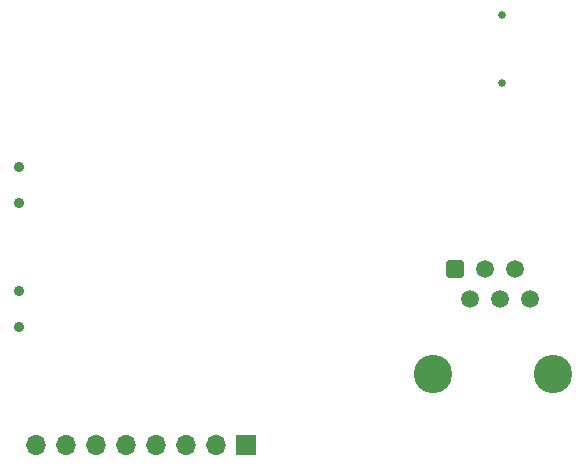
<source format=gbr>
%TF.GenerationSoftware,KiCad,Pcbnew,8.0.8*%
%TF.CreationDate,2025-04-01T12:31:35+02:00*%
%TF.ProjectId,reader,72656164-6572-42e6-9b69-6361645f7063,rev?*%
%TF.SameCoordinates,Original*%
%TF.FileFunction,Soldermask,Bot*%
%TF.FilePolarity,Negative*%
%FSLAX46Y46*%
G04 Gerber Fmt 4.6, Leading zero omitted, Abs format (unit mm)*
G04 Created by KiCad (PCBNEW 8.0.8) date 2025-04-01 12:31:35*
%MOMM*%
%LPD*%
G01*
G04 APERTURE LIST*
G04 Aperture macros list*
%AMRoundRect*
0 Rectangle with rounded corners*
0 $1 Rounding radius*
0 $2 $3 $4 $5 $6 $7 $8 $9 X,Y pos of 4 corners*
0 Add a 4 corners polygon primitive as box body*
4,1,4,$2,$3,$4,$5,$6,$7,$8,$9,$2,$3,0*
0 Add four circle primitives for the rounded corners*
1,1,$1+$1,$2,$3*
1,1,$1+$1,$4,$5*
1,1,$1+$1,$6,$7*
1,1,$1+$1,$8,$9*
0 Add four rect primitives between the rounded corners*
20,1,$1+$1,$2,$3,$4,$5,0*
20,1,$1+$1,$4,$5,$6,$7,0*
20,1,$1+$1,$6,$7,$8,$9,0*
20,1,$1+$1,$8,$9,$2,$3,0*%
G04 Aperture macros list end*
%ADD10C,0.650000*%
%ADD11C,0.900000*%
%ADD12R,1.700000X1.700000*%
%ADD13O,1.700000X1.700000*%
%ADD14C,3.250000*%
%ADD15RoundRect,0.250000X-0.510000X-0.510000X0.510000X-0.510000X0.510000X0.510000X-0.510000X0.510000X0*%
%ADD16C,1.520000*%
G04 APERTURE END LIST*
D10*
%TO.C,J4*%
X175895000Y-51390000D03*
X175895000Y-45610000D03*
%TD*%
D11*
%TO.C,SW2*%
X135000000Y-58500000D03*
X135000000Y-61500000D03*
%TD*%
%TO.C,SW1*%
X135000000Y-69000000D03*
X135000000Y-72000000D03*
%TD*%
D12*
%TO.C,J5*%
X154160000Y-82000000D03*
D13*
X151620000Y-82000000D03*
X149080000Y-82000000D03*
X146540000Y-82000000D03*
X144000000Y-82000000D03*
X141460000Y-82000000D03*
X138920000Y-82000000D03*
X136380000Y-82000000D03*
%TD*%
D14*
%TO.C,J6*%
X170000000Y-76000000D03*
X180160000Y-76000000D03*
D15*
X171900000Y-67110000D03*
D16*
X173170000Y-69650000D03*
X174440000Y-67110000D03*
X175710000Y-69650000D03*
X176980000Y-67110000D03*
X178250000Y-69650000D03*
%TD*%
M02*

</source>
